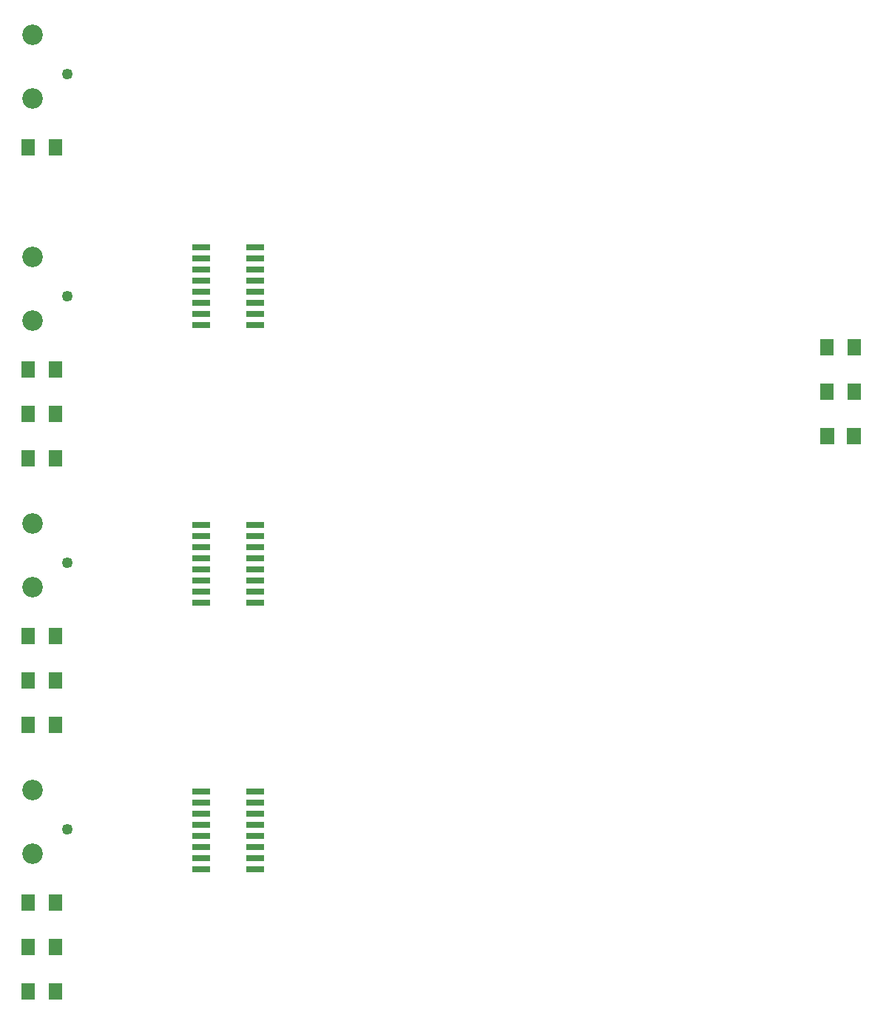
<source format=gtp>
G04 MADE WITH FRITZING*
G04 WWW.FRITZING.ORG*
G04 DOUBLE SIDED*
G04 HOLES PLATED*
G04 CONTOUR ON CENTER OF CONTOUR VECTOR*
%ASAXBY*%
%FSLAX23Y23*%
%MOIN*%
%OFA0B0*%
%SFA1.0B1.0*%
%ADD10C,0.049370*%
%ADD11C,0.092677*%
%ADD12R,0.080000X0.026000*%
%ADD13R,0.062992X0.074803*%
%LNPASTEMASK1*%
G90*
G70*
G54D10*
X271Y1150D03*
G54D11*
X117Y1038D03*
X117Y1325D03*
G54D10*
X271Y2350D03*
G54D11*
X117Y2238D03*
X117Y2525D03*
G54D10*
X271Y3550D03*
G54D11*
X117Y3438D03*
X117Y3725D03*
G54D10*
X271Y4550D03*
G54D11*
X117Y4438D03*
X117Y4725D03*
G54D12*
X876Y1319D03*
X876Y1269D03*
X876Y1219D03*
X876Y1169D03*
X876Y1119D03*
X876Y1069D03*
X876Y1019D03*
X876Y969D03*
X1118Y969D03*
X1118Y1019D03*
X1118Y1069D03*
X1118Y1119D03*
X1118Y1169D03*
X1118Y1219D03*
X1118Y1269D03*
X1118Y1319D03*
X876Y2518D03*
X876Y2468D03*
X876Y2418D03*
X876Y2368D03*
X876Y2318D03*
X876Y2268D03*
X876Y2218D03*
X876Y2168D03*
X1118Y2168D03*
X1118Y2218D03*
X1118Y2268D03*
X1118Y2318D03*
X1118Y2368D03*
X1118Y2418D03*
X1118Y2468D03*
X1118Y2518D03*
X876Y3769D03*
X876Y3719D03*
X876Y3669D03*
X876Y3619D03*
X876Y3569D03*
X876Y3519D03*
X876Y3469D03*
X876Y3419D03*
X1118Y3419D03*
X1118Y3469D03*
X1118Y3519D03*
X1118Y3569D03*
X1118Y3619D03*
X1118Y3669D03*
X1118Y3719D03*
X1118Y3769D03*
G54D13*
X218Y819D03*
X96Y819D03*
X96Y619D03*
X218Y619D03*
X96Y419D03*
X218Y419D03*
X96Y1819D03*
X218Y1819D03*
X3818Y3319D03*
X3696Y3319D03*
X3818Y3119D03*
X3696Y3119D03*
X96Y4219D03*
X218Y4219D03*
X218Y2019D03*
X96Y2019D03*
X96Y1619D03*
X218Y1619D03*
X96Y2819D03*
X218Y2819D03*
X96Y3019D03*
X218Y3019D03*
X218Y3219D03*
X96Y3219D03*
G36*
X3787Y2881D02*
X3787Y2956D01*
X3850Y2956D01*
X3850Y2881D01*
X3787Y2881D01*
G37*
D02*
G36*
X3665Y2881D02*
X3665Y2956D01*
X3728Y2956D01*
X3728Y2881D01*
X3665Y2881D01*
G37*
D02*
G04 End of PasteMask1*
M02*
</source>
